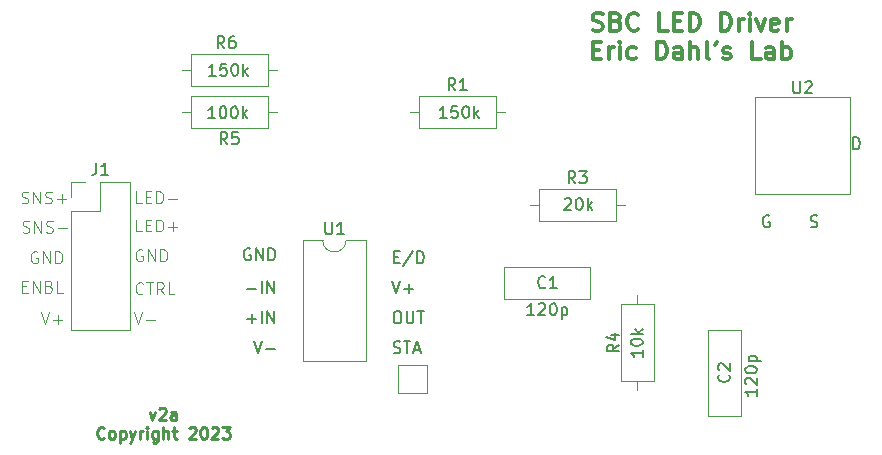
<source format=gto>
%TF.GenerationSoftware,KiCad,Pcbnew,7.0.2*%
%TF.CreationDate,2023-05-19T14:46:58-05:00*%
%TF.ProjectId,LED Driver,4c454420-4472-4697-9665-722e6b696361,v1a*%
%TF.SameCoordinates,Original*%
%TF.FileFunction,Legend,Top*%
%TF.FilePolarity,Positive*%
%FSLAX46Y46*%
G04 Gerber Fmt 4.6, Leading zero omitted, Abs format (unit mm)*
G04 Created by KiCad (PCBNEW 7.0.2) date 2023-05-19 14:46:58*
%MOMM*%
%LPD*%
G01*
G04 APERTURE LIST*
%ADD10C,0.100000*%
%ADD11C,0.150000*%
%ADD12C,0.300000*%
%ADD13C,0.250000*%
%ADD14C,0.120000*%
G04 APERTURE END LIST*
D10*
X63436476Y-54197793D02*
X63579333Y-54245412D01*
X63579333Y-54245412D02*
X63817428Y-54245412D01*
X63817428Y-54245412D02*
X63912666Y-54197793D01*
X63912666Y-54197793D02*
X63960285Y-54150173D01*
X63960285Y-54150173D02*
X64007904Y-54054935D01*
X64007904Y-54054935D02*
X64007904Y-53959697D01*
X64007904Y-53959697D02*
X63960285Y-53864459D01*
X63960285Y-53864459D02*
X63912666Y-53816840D01*
X63912666Y-53816840D02*
X63817428Y-53769221D01*
X63817428Y-53769221D02*
X63626952Y-53721602D01*
X63626952Y-53721602D02*
X63531714Y-53673983D01*
X63531714Y-53673983D02*
X63484095Y-53626364D01*
X63484095Y-53626364D02*
X63436476Y-53531126D01*
X63436476Y-53531126D02*
X63436476Y-53435888D01*
X63436476Y-53435888D02*
X63484095Y-53340650D01*
X63484095Y-53340650D02*
X63531714Y-53293031D01*
X63531714Y-53293031D02*
X63626952Y-53245412D01*
X63626952Y-53245412D02*
X63865047Y-53245412D01*
X63865047Y-53245412D02*
X64007904Y-53293031D01*
X64436476Y-54245412D02*
X64436476Y-53245412D01*
X64436476Y-53245412D02*
X65007904Y-54245412D01*
X65007904Y-54245412D02*
X65007904Y-53245412D01*
X65436476Y-54197793D02*
X65579333Y-54245412D01*
X65579333Y-54245412D02*
X65817428Y-54245412D01*
X65817428Y-54245412D02*
X65912666Y-54197793D01*
X65912666Y-54197793D02*
X65960285Y-54150173D01*
X65960285Y-54150173D02*
X66007904Y-54054935D01*
X66007904Y-54054935D02*
X66007904Y-53959697D01*
X66007904Y-53959697D02*
X65960285Y-53864459D01*
X65960285Y-53864459D02*
X65912666Y-53816840D01*
X65912666Y-53816840D02*
X65817428Y-53769221D01*
X65817428Y-53769221D02*
X65626952Y-53721602D01*
X65626952Y-53721602D02*
X65531714Y-53673983D01*
X65531714Y-53673983D02*
X65484095Y-53626364D01*
X65484095Y-53626364D02*
X65436476Y-53531126D01*
X65436476Y-53531126D02*
X65436476Y-53435888D01*
X65436476Y-53435888D02*
X65484095Y-53340650D01*
X65484095Y-53340650D02*
X65531714Y-53293031D01*
X65531714Y-53293031D02*
X65626952Y-53245412D01*
X65626952Y-53245412D02*
X65865047Y-53245412D01*
X65865047Y-53245412D02*
X66007904Y-53293031D01*
X66436476Y-53864459D02*
X67198381Y-53864459D01*
X66817428Y-54245412D02*
X66817428Y-53483507D01*
D11*
X94932476Y-66886000D02*
X95075333Y-66933619D01*
X95075333Y-66933619D02*
X95313428Y-66933619D01*
X95313428Y-66933619D02*
X95408666Y-66886000D01*
X95408666Y-66886000D02*
X95456285Y-66838380D01*
X95456285Y-66838380D02*
X95503904Y-66743142D01*
X95503904Y-66743142D02*
X95503904Y-66647904D01*
X95503904Y-66647904D02*
X95456285Y-66552666D01*
X95456285Y-66552666D02*
X95408666Y-66505047D01*
X95408666Y-66505047D02*
X95313428Y-66457428D01*
X95313428Y-66457428D02*
X95122952Y-66409809D01*
X95122952Y-66409809D02*
X95027714Y-66362190D01*
X95027714Y-66362190D02*
X94980095Y-66314571D01*
X94980095Y-66314571D02*
X94932476Y-66219333D01*
X94932476Y-66219333D02*
X94932476Y-66124095D01*
X94932476Y-66124095D02*
X94980095Y-66028857D01*
X94980095Y-66028857D02*
X95027714Y-65981238D01*
X95027714Y-65981238D02*
X95122952Y-65933619D01*
X95122952Y-65933619D02*
X95361047Y-65933619D01*
X95361047Y-65933619D02*
X95503904Y-65981238D01*
X95789619Y-65933619D02*
X96361047Y-65933619D01*
X96075333Y-66933619D02*
X96075333Y-65933619D01*
X96646762Y-66647904D02*
X97122952Y-66647904D01*
X96551524Y-66933619D02*
X96884857Y-65933619D01*
X96884857Y-65933619D02*
X97218190Y-66933619D01*
D10*
X73707523Y-61838380D02*
X73659904Y-61886000D01*
X73659904Y-61886000D02*
X73517047Y-61933619D01*
X73517047Y-61933619D02*
X73421809Y-61933619D01*
X73421809Y-61933619D02*
X73278952Y-61886000D01*
X73278952Y-61886000D02*
X73183714Y-61790761D01*
X73183714Y-61790761D02*
X73136095Y-61695523D01*
X73136095Y-61695523D02*
X73088476Y-61505047D01*
X73088476Y-61505047D02*
X73088476Y-61362190D01*
X73088476Y-61362190D02*
X73136095Y-61171714D01*
X73136095Y-61171714D02*
X73183714Y-61076476D01*
X73183714Y-61076476D02*
X73278952Y-60981238D01*
X73278952Y-60981238D02*
X73421809Y-60933619D01*
X73421809Y-60933619D02*
X73517047Y-60933619D01*
X73517047Y-60933619D02*
X73659904Y-60981238D01*
X73659904Y-60981238D02*
X73707523Y-61028857D01*
X73993238Y-60933619D02*
X74564666Y-60933619D01*
X74278952Y-61933619D02*
X74278952Y-60933619D01*
X75469428Y-61933619D02*
X75136095Y-61457428D01*
X74898000Y-61933619D02*
X74898000Y-60933619D01*
X74898000Y-60933619D02*
X75278952Y-60933619D01*
X75278952Y-60933619D02*
X75374190Y-60981238D01*
X75374190Y-60981238D02*
X75421809Y-61028857D01*
X75421809Y-61028857D02*
X75469428Y-61124095D01*
X75469428Y-61124095D02*
X75469428Y-61266952D01*
X75469428Y-61266952D02*
X75421809Y-61362190D01*
X75421809Y-61362190D02*
X75374190Y-61409809D01*
X75374190Y-61409809D02*
X75278952Y-61457428D01*
X75278952Y-61457428D02*
X74898000Y-61457428D01*
X76374190Y-61933619D02*
X75898000Y-61933619D01*
X75898000Y-61933619D02*
X75898000Y-60933619D01*
D11*
X130238476Y-56218000D02*
X130381333Y-56265619D01*
X130381333Y-56265619D02*
X130619428Y-56265619D01*
X130619428Y-56265619D02*
X130714666Y-56218000D01*
X130714666Y-56218000D02*
X130762285Y-56170380D01*
X130762285Y-56170380D02*
X130809904Y-56075142D01*
X130809904Y-56075142D02*
X130809904Y-55979904D01*
X130809904Y-55979904D02*
X130762285Y-55884666D01*
X130762285Y-55884666D02*
X130714666Y-55837047D01*
X130714666Y-55837047D02*
X130619428Y-55789428D01*
X130619428Y-55789428D02*
X130428952Y-55741809D01*
X130428952Y-55741809D02*
X130333714Y-55694190D01*
X130333714Y-55694190D02*
X130286095Y-55646571D01*
X130286095Y-55646571D02*
X130238476Y-55551333D01*
X130238476Y-55551333D02*
X130238476Y-55456095D01*
X130238476Y-55456095D02*
X130286095Y-55360857D01*
X130286095Y-55360857D02*
X130333714Y-55313238D01*
X130333714Y-55313238D02*
X130428952Y-55265619D01*
X130428952Y-55265619D02*
X130667047Y-55265619D01*
X130667047Y-55265619D02*
X130809904Y-55313238D01*
D10*
X73612285Y-56608556D02*
X73136095Y-56608556D01*
X73136095Y-56608556D02*
X73136095Y-55608556D01*
X73945619Y-56084746D02*
X74278952Y-56084746D01*
X74421809Y-56608556D02*
X73945619Y-56608556D01*
X73945619Y-56608556D02*
X73945619Y-55608556D01*
X73945619Y-55608556D02*
X74421809Y-55608556D01*
X74850381Y-56608556D02*
X74850381Y-55608556D01*
X74850381Y-55608556D02*
X75088476Y-55608556D01*
X75088476Y-55608556D02*
X75231333Y-55656175D01*
X75231333Y-55656175D02*
X75326571Y-55751413D01*
X75326571Y-55751413D02*
X75374190Y-55846651D01*
X75374190Y-55846651D02*
X75421809Y-56037127D01*
X75421809Y-56037127D02*
X75421809Y-56179984D01*
X75421809Y-56179984D02*
X75374190Y-56370460D01*
X75374190Y-56370460D02*
X75326571Y-56465698D01*
X75326571Y-56465698D02*
X75231333Y-56560937D01*
X75231333Y-56560937D02*
X75088476Y-56608556D01*
X75088476Y-56608556D02*
X74850381Y-56608556D01*
X75850381Y-56227603D02*
X76612286Y-56227603D01*
X76231333Y-56608556D02*
X76231333Y-55846651D01*
D11*
X83153238Y-65933619D02*
X83486571Y-66933619D01*
X83486571Y-66933619D02*
X83819904Y-65933619D01*
X84153238Y-66552666D02*
X84915143Y-66552666D01*
D10*
X72993238Y-63473619D02*
X73326571Y-64473619D01*
X73326571Y-64473619D02*
X73659904Y-63473619D01*
X73993238Y-64092666D02*
X74755143Y-64092666D01*
D11*
X126745904Y-55313238D02*
X126650666Y-55265619D01*
X126650666Y-55265619D02*
X126507809Y-55265619D01*
X126507809Y-55265619D02*
X126364952Y-55313238D01*
X126364952Y-55313238D02*
X126269714Y-55408476D01*
X126269714Y-55408476D02*
X126222095Y-55503714D01*
X126222095Y-55503714D02*
X126174476Y-55694190D01*
X126174476Y-55694190D02*
X126174476Y-55837047D01*
X126174476Y-55837047D02*
X126222095Y-56027523D01*
X126222095Y-56027523D02*
X126269714Y-56122761D01*
X126269714Y-56122761D02*
X126364952Y-56218000D01*
X126364952Y-56218000D02*
X126507809Y-56265619D01*
X126507809Y-56265619D02*
X126603047Y-56265619D01*
X126603047Y-56265619D02*
X126745904Y-56218000D01*
X126745904Y-56218000D02*
X126793523Y-56170380D01*
X126793523Y-56170380D02*
X126793523Y-55837047D01*
X126793523Y-55837047D02*
X126603047Y-55837047D01*
D10*
X63522779Y-56671710D02*
X63665636Y-56719329D01*
X63665636Y-56719329D02*
X63903731Y-56719329D01*
X63903731Y-56719329D02*
X63998969Y-56671710D01*
X63998969Y-56671710D02*
X64046588Y-56624090D01*
X64046588Y-56624090D02*
X64094207Y-56528852D01*
X64094207Y-56528852D02*
X64094207Y-56433614D01*
X64094207Y-56433614D02*
X64046588Y-56338376D01*
X64046588Y-56338376D02*
X63998969Y-56290757D01*
X63998969Y-56290757D02*
X63903731Y-56243138D01*
X63903731Y-56243138D02*
X63713255Y-56195519D01*
X63713255Y-56195519D02*
X63618017Y-56147900D01*
X63618017Y-56147900D02*
X63570398Y-56100281D01*
X63570398Y-56100281D02*
X63522779Y-56005043D01*
X63522779Y-56005043D02*
X63522779Y-55909805D01*
X63522779Y-55909805D02*
X63570398Y-55814567D01*
X63570398Y-55814567D02*
X63618017Y-55766948D01*
X63618017Y-55766948D02*
X63713255Y-55719329D01*
X63713255Y-55719329D02*
X63951350Y-55719329D01*
X63951350Y-55719329D02*
X64094207Y-55766948D01*
X64522779Y-56719329D02*
X64522779Y-55719329D01*
X64522779Y-55719329D02*
X65094207Y-56719329D01*
X65094207Y-56719329D02*
X65094207Y-55719329D01*
X65522779Y-56671710D02*
X65665636Y-56719329D01*
X65665636Y-56719329D02*
X65903731Y-56719329D01*
X65903731Y-56719329D02*
X65998969Y-56671710D01*
X65998969Y-56671710D02*
X66046588Y-56624090D01*
X66046588Y-56624090D02*
X66094207Y-56528852D01*
X66094207Y-56528852D02*
X66094207Y-56433614D01*
X66094207Y-56433614D02*
X66046588Y-56338376D01*
X66046588Y-56338376D02*
X65998969Y-56290757D01*
X65998969Y-56290757D02*
X65903731Y-56243138D01*
X65903731Y-56243138D02*
X65713255Y-56195519D01*
X65713255Y-56195519D02*
X65618017Y-56147900D01*
X65618017Y-56147900D02*
X65570398Y-56100281D01*
X65570398Y-56100281D02*
X65522779Y-56005043D01*
X65522779Y-56005043D02*
X65522779Y-55909805D01*
X65522779Y-55909805D02*
X65570398Y-55814567D01*
X65570398Y-55814567D02*
X65618017Y-55766948D01*
X65618017Y-55766948D02*
X65713255Y-55719329D01*
X65713255Y-55719329D02*
X65951350Y-55719329D01*
X65951350Y-55719329D02*
X66094207Y-55766948D01*
X66522779Y-56338376D02*
X67284684Y-56338376D01*
D11*
X82803904Y-58107238D02*
X82708666Y-58059619D01*
X82708666Y-58059619D02*
X82565809Y-58059619D01*
X82565809Y-58059619D02*
X82422952Y-58107238D01*
X82422952Y-58107238D02*
X82327714Y-58202476D01*
X82327714Y-58202476D02*
X82280095Y-58297714D01*
X82280095Y-58297714D02*
X82232476Y-58488190D01*
X82232476Y-58488190D02*
X82232476Y-58631047D01*
X82232476Y-58631047D02*
X82280095Y-58821523D01*
X82280095Y-58821523D02*
X82327714Y-58916761D01*
X82327714Y-58916761D02*
X82422952Y-59012000D01*
X82422952Y-59012000D02*
X82565809Y-59059619D01*
X82565809Y-59059619D02*
X82661047Y-59059619D01*
X82661047Y-59059619D02*
X82803904Y-59012000D01*
X82803904Y-59012000D02*
X82851523Y-58964380D01*
X82851523Y-58964380D02*
X82851523Y-58631047D01*
X82851523Y-58631047D02*
X82661047Y-58631047D01*
X83280095Y-59059619D02*
X83280095Y-58059619D01*
X83280095Y-58059619D02*
X83851523Y-59059619D01*
X83851523Y-59059619D02*
X83851523Y-58059619D01*
X84327714Y-59059619D02*
X84327714Y-58059619D01*
X84327714Y-58059619D02*
X84565809Y-58059619D01*
X84565809Y-58059619D02*
X84708666Y-58107238D01*
X84708666Y-58107238D02*
X84803904Y-58202476D01*
X84803904Y-58202476D02*
X84851523Y-58297714D01*
X84851523Y-58297714D02*
X84899142Y-58488190D01*
X84899142Y-58488190D02*
X84899142Y-58631047D01*
X84899142Y-58631047D02*
X84851523Y-58821523D01*
X84851523Y-58821523D02*
X84803904Y-58916761D01*
X84803904Y-58916761D02*
X84708666Y-59012000D01*
X84708666Y-59012000D02*
X84565809Y-59059619D01*
X84565809Y-59059619D02*
X84327714Y-59059619D01*
X82534095Y-61472666D02*
X83296000Y-61472666D01*
X83772190Y-61853619D02*
X83772190Y-60853619D01*
X84248380Y-61853619D02*
X84248380Y-60853619D01*
X84248380Y-60853619D02*
X84819808Y-61853619D01*
X84819808Y-61853619D02*
X84819808Y-60853619D01*
X82534095Y-64012666D02*
X83296000Y-64012666D01*
X82915047Y-64393619D02*
X82915047Y-63631714D01*
X83772190Y-64393619D02*
X83772190Y-63393619D01*
X84248380Y-64393619D02*
X84248380Y-63393619D01*
X84248380Y-63393619D02*
X84819808Y-64393619D01*
X84819808Y-64393619D02*
X84819808Y-63393619D01*
D10*
X64769904Y-58361163D02*
X64674666Y-58313544D01*
X64674666Y-58313544D02*
X64531809Y-58313544D01*
X64531809Y-58313544D02*
X64388952Y-58361163D01*
X64388952Y-58361163D02*
X64293714Y-58456401D01*
X64293714Y-58456401D02*
X64246095Y-58551639D01*
X64246095Y-58551639D02*
X64198476Y-58742115D01*
X64198476Y-58742115D02*
X64198476Y-58884972D01*
X64198476Y-58884972D02*
X64246095Y-59075448D01*
X64246095Y-59075448D02*
X64293714Y-59170686D01*
X64293714Y-59170686D02*
X64388952Y-59265925D01*
X64388952Y-59265925D02*
X64531809Y-59313544D01*
X64531809Y-59313544D02*
X64627047Y-59313544D01*
X64627047Y-59313544D02*
X64769904Y-59265925D01*
X64769904Y-59265925D02*
X64817523Y-59218305D01*
X64817523Y-59218305D02*
X64817523Y-58884972D01*
X64817523Y-58884972D02*
X64627047Y-58884972D01*
X65246095Y-59313544D02*
X65246095Y-58313544D01*
X65246095Y-58313544D02*
X65817523Y-59313544D01*
X65817523Y-59313544D02*
X65817523Y-58313544D01*
X66293714Y-59313544D02*
X66293714Y-58313544D01*
X66293714Y-58313544D02*
X66531809Y-58313544D01*
X66531809Y-58313544D02*
X66674666Y-58361163D01*
X66674666Y-58361163D02*
X66769904Y-58456401D01*
X66769904Y-58456401D02*
X66817523Y-58551639D01*
X66817523Y-58551639D02*
X66865142Y-58742115D01*
X66865142Y-58742115D02*
X66865142Y-58884972D01*
X66865142Y-58884972D02*
X66817523Y-59075448D01*
X66817523Y-59075448D02*
X66769904Y-59170686D01*
X66769904Y-59170686D02*
X66674666Y-59265925D01*
X66674666Y-59265925D02*
X66531809Y-59313544D01*
X66531809Y-59313544D02*
X66293714Y-59313544D01*
D12*
X111784858Y-39539500D02*
X111999144Y-39610928D01*
X111999144Y-39610928D02*
X112356286Y-39610928D01*
X112356286Y-39610928D02*
X112499144Y-39539500D01*
X112499144Y-39539500D02*
X112570572Y-39468071D01*
X112570572Y-39468071D02*
X112642001Y-39325214D01*
X112642001Y-39325214D02*
X112642001Y-39182357D01*
X112642001Y-39182357D02*
X112570572Y-39039500D01*
X112570572Y-39039500D02*
X112499144Y-38968071D01*
X112499144Y-38968071D02*
X112356286Y-38896642D01*
X112356286Y-38896642D02*
X112070572Y-38825214D01*
X112070572Y-38825214D02*
X111927715Y-38753785D01*
X111927715Y-38753785D02*
X111856286Y-38682357D01*
X111856286Y-38682357D02*
X111784858Y-38539500D01*
X111784858Y-38539500D02*
X111784858Y-38396642D01*
X111784858Y-38396642D02*
X111856286Y-38253785D01*
X111856286Y-38253785D02*
X111927715Y-38182357D01*
X111927715Y-38182357D02*
X112070572Y-38110928D01*
X112070572Y-38110928D02*
X112427715Y-38110928D01*
X112427715Y-38110928D02*
X112642001Y-38182357D01*
X113784857Y-38825214D02*
X113999143Y-38896642D01*
X113999143Y-38896642D02*
X114070572Y-38968071D01*
X114070572Y-38968071D02*
X114142000Y-39110928D01*
X114142000Y-39110928D02*
X114142000Y-39325214D01*
X114142000Y-39325214D02*
X114070572Y-39468071D01*
X114070572Y-39468071D02*
X113999143Y-39539500D01*
X113999143Y-39539500D02*
X113856286Y-39610928D01*
X113856286Y-39610928D02*
X113284857Y-39610928D01*
X113284857Y-39610928D02*
X113284857Y-38110928D01*
X113284857Y-38110928D02*
X113784857Y-38110928D01*
X113784857Y-38110928D02*
X113927715Y-38182357D01*
X113927715Y-38182357D02*
X113999143Y-38253785D01*
X113999143Y-38253785D02*
X114070572Y-38396642D01*
X114070572Y-38396642D02*
X114070572Y-38539500D01*
X114070572Y-38539500D02*
X113999143Y-38682357D01*
X113999143Y-38682357D02*
X113927715Y-38753785D01*
X113927715Y-38753785D02*
X113784857Y-38825214D01*
X113784857Y-38825214D02*
X113284857Y-38825214D01*
X115642000Y-39468071D02*
X115570572Y-39539500D01*
X115570572Y-39539500D02*
X115356286Y-39610928D01*
X115356286Y-39610928D02*
X115213429Y-39610928D01*
X115213429Y-39610928D02*
X114999143Y-39539500D01*
X114999143Y-39539500D02*
X114856286Y-39396642D01*
X114856286Y-39396642D02*
X114784857Y-39253785D01*
X114784857Y-39253785D02*
X114713429Y-38968071D01*
X114713429Y-38968071D02*
X114713429Y-38753785D01*
X114713429Y-38753785D02*
X114784857Y-38468071D01*
X114784857Y-38468071D02*
X114856286Y-38325214D01*
X114856286Y-38325214D02*
X114999143Y-38182357D01*
X114999143Y-38182357D02*
X115213429Y-38110928D01*
X115213429Y-38110928D02*
X115356286Y-38110928D01*
X115356286Y-38110928D02*
X115570572Y-38182357D01*
X115570572Y-38182357D02*
X115642000Y-38253785D01*
X118142000Y-39610928D02*
X117427714Y-39610928D01*
X117427714Y-39610928D02*
X117427714Y-38110928D01*
X118642000Y-38825214D02*
X119142000Y-38825214D01*
X119356286Y-39610928D02*
X118642000Y-39610928D01*
X118642000Y-39610928D02*
X118642000Y-38110928D01*
X118642000Y-38110928D02*
X119356286Y-38110928D01*
X119999143Y-39610928D02*
X119999143Y-38110928D01*
X119999143Y-38110928D02*
X120356286Y-38110928D01*
X120356286Y-38110928D02*
X120570572Y-38182357D01*
X120570572Y-38182357D02*
X120713429Y-38325214D01*
X120713429Y-38325214D02*
X120784858Y-38468071D01*
X120784858Y-38468071D02*
X120856286Y-38753785D01*
X120856286Y-38753785D02*
X120856286Y-38968071D01*
X120856286Y-38968071D02*
X120784858Y-39253785D01*
X120784858Y-39253785D02*
X120713429Y-39396642D01*
X120713429Y-39396642D02*
X120570572Y-39539500D01*
X120570572Y-39539500D02*
X120356286Y-39610928D01*
X120356286Y-39610928D02*
X119999143Y-39610928D01*
X122642000Y-39610928D02*
X122642000Y-38110928D01*
X122642000Y-38110928D02*
X122999143Y-38110928D01*
X122999143Y-38110928D02*
X123213429Y-38182357D01*
X123213429Y-38182357D02*
X123356286Y-38325214D01*
X123356286Y-38325214D02*
X123427715Y-38468071D01*
X123427715Y-38468071D02*
X123499143Y-38753785D01*
X123499143Y-38753785D02*
X123499143Y-38968071D01*
X123499143Y-38968071D02*
X123427715Y-39253785D01*
X123427715Y-39253785D02*
X123356286Y-39396642D01*
X123356286Y-39396642D02*
X123213429Y-39539500D01*
X123213429Y-39539500D02*
X122999143Y-39610928D01*
X122999143Y-39610928D02*
X122642000Y-39610928D01*
X124142000Y-39610928D02*
X124142000Y-38610928D01*
X124142000Y-38896642D02*
X124213429Y-38753785D01*
X124213429Y-38753785D02*
X124284858Y-38682357D01*
X124284858Y-38682357D02*
X124427715Y-38610928D01*
X124427715Y-38610928D02*
X124570572Y-38610928D01*
X125070571Y-39610928D02*
X125070571Y-38610928D01*
X125070571Y-38110928D02*
X124999143Y-38182357D01*
X124999143Y-38182357D02*
X125070571Y-38253785D01*
X125070571Y-38253785D02*
X125142000Y-38182357D01*
X125142000Y-38182357D02*
X125070571Y-38110928D01*
X125070571Y-38110928D02*
X125070571Y-38253785D01*
X125642000Y-38610928D02*
X125999143Y-39610928D01*
X125999143Y-39610928D02*
X126356286Y-38610928D01*
X127499143Y-39539500D02*
X127356286Y-39610928D01*
X127356286Y-39610928D02*
X127070572Y-39610928D01*
X127070572Y-39610928D02*
X126927714Y-39539500D01*
X126927714Y-39539500D02*
X126856286Y-39396642D01*
X126856286Y-39396642D02*
X126856286Y-38825214D01*
X126856286Y-38825214D02*
X126927714Y-38682357D01*
X126927714Y-38682357D02*
X127070572Y-38610928D01*
X127070572Y-38610928D02*
X127356286Y-38610928D01*
X127356286Y-38610928D02*
X127499143Y-38682357D01*
X127499143Y-38682357D02*
X127570572Y-38825214D01*
X127570572Y-38825214D02*
X127570572Y-38968071D01*
X127570572Y-38968071D02*
X126856286Y-39110928D01*
X128213428Y-39610928D02*
X128213428Y-38610928D01*
X128213428Y-38896642D02*
X128284857Y-38753785D01*
X128284857Y-38753785D02*
X128356286Y-38682357D01*
X128356286Y-38682357D02*
X128499143Y-38610928D01*
X128499143Y-38610928D02*
X128642000Y-38610928D01*
X111784856Y-41255214D02*
X112284856Y-41255214D01*
X112499142Y-42040928D02*
X111784856Y-42040928D01*
X111784856Y-42040928D02*
X111784856Y-40540928D01*
X111784856Y-40540928D02*
X112499142Y-40540928D01*
X113141999Y-42040928D02*
X113141999Y-41040928D01*
X113141999Y-41326642D02*
X113213428Y-41183785D01*
X113213428Y-41183785D02*
X113284857Y-41112357D01*
X113284857Y-41112357D02*
X113427714Y-41040928D01*
X113427714Y-41040928D02*
X113570571Y-41040928D01*
X114070570Y-42040928D02*
X114070570Y-41040928D01*
X114070570Y-40540928D02*
X113999142Y-40612357D01*
X113999142Y-40612357D02*
X114070570Y-40683785D01*
X114070570Y-40683785D02*
X114141999Y-40612357D01*
X114141999Y-40612357D02*
X114070570Y-40540928D01*
X114070570Y-40540928D02*
X114070570Y-40683785D01*
X115427714Y-41969500D02*
X115284856Y-42040928D01*
X115284856Y-42040928D02*
X114999142Y-42040928D01*
X114999142Y-42040928D02*
X114856285Y-41969500D01*
X114856285Y-41969500D02*
X114784856Y-41898071D01*
X114784856Y-41898071D02*
X114713428Y-41755214D01*
X114713428Y-41755214D02*
X114713428Y-41326642D01*
X114713428Y-41326642D02*
X114784856Y-41183785D01*
X114784856Y-41183785D02*
X114856285Y-41112357D01*
X114856285Y-41112357D02*
X114999142Y-41040928D01*
X114999142Y-41040928D02*
X115284856Y-41040928D01*
X115284856Y-41040928D02*
X115427714Y-41112357D01*
X117213427Y-42040928D02*
X117213427Y-40540928D01*
X117213427Y-40540928D02*
X117570570Y-40540928D01*
X117570570Y-40540928D02*
X117784856Y-40612357D01*
X117784856Y-40612357D02*
X117927713Y-40755214D01*
X117927713Y-40755214D02*
X117999142Y-40898071D01*
X117999142Y-40898071D02*
X118070570Y-41183785D01*
X118070570Y-41183785D02*
X118070570Y-41398071D01*
X118070570Y-41398071D02*
X117999142Y-41683785D01*
X117999142Y-41683785D02*
X117927713Y-41826642D01*
X117927713Y-41826642D02*
X117784856Y-41969500D01*
X117784856Y-41969500D02*
X117570570Y-42040928D01*
X117570570Y-42040928D02*
X117213427Y-42040928D01*
X119356285Y-42040928D02*
X119356285Y-41255214D01*
X119356285Y-41255214D02*
X119284856Y-41112357D01*
X119284856Y-41112357D02*
X119141999Y-41040928D01*
X119141999Y-41040928D02*
X118856285Y-41040928D01*
X118856285Y-41040928D02*
X118713427Y-41112357D01*
X119356285Y-41969500D02*
X119213427Y-42040928D01*
X119213427Y-42040928D02*
X118856285Y-42040928D01*
X118856285Y-42040928D02*
X118713427Y-41969500D01*
X118713427Y-41969500D02*
X118641999Y-41826642D01*
X118641999Y-41826642D02*
X118641999Y-41683785D01*
X118641999Y-41683785D02*
X118713427Y-41540928D01*
X118713427Y-41540928D02*
X118856285Y-41469500D01*
X118856285Y-41469500D02*
X119213427Y-41469500D01*
X119213427Y-41469500D02*
X119356285Y-41398071D01*
X120070570Y-42040928D02*
X120070570Y-40540928D01*
X120713428Y-42040928D02*
X120713428Y-41255214D01*
X120713428Y-41255214D02*
X120641999Y-41112357D01*
X120641999Y-41112357D02*
X120499142Y-41040928D01*
X120499142Y-41040928D02*
X120284856Y-41040928D01*
X120284856Y-41040928D02*
X120141999Y-41112357D01*
X120141999Y-41112357D02*
X120070570Y-41183785D01*
X121641999Y-42040928D02*
X121499142Y-41969500D01*
X121499142Y-41969500D02*
X121427713Y-41826642D01*
X121427713Y-41826642D02*
X121427713Y-40540928D01*
X122284856Y-40540928D02*
X122141999Y-40826642D01*
X122856285Y-41969500D02*
X122999142Y-42040928D01*
X122999142Y-42040928D02*
X123284856Y-42040928D01*
X123284856Y-42040928D02*
X123427713Y-41969500D01*
X123427713Y-41969500D02*
X123499142Y-41826642D01*
X123499142Y-41826642D02*
X123499142Y-41755214D01*
X123499142Y-41755214D02*
X123427713Y-41612357D01*
X123427713Y-41612357D02*
X123284856Y-41540928D01*
X123284856Y-41540928D02*
X123070571Y-41540928D01*
X123070571Y-41540928D02*
X122927713Y-41469500D01*
X122927713Y-41469500D02*
X122856285Y-41326642D01*
X122856285Y-41326642D02*
X122856285Y-41255214D01*
X122856285Y-41255214D02*
X122927713Y-41112357D01*
X122927713Y-41112357D02*
X123070571Y-41040928D01*
X123070571Y-41040928D02*
X123284856Y-41040928D01*
X123284856Y-41040928D02*
X123427713Y-41112357D01*
X125999142Y-42040928D02*
X125284856Y-42040928D01*
X125284856Y-42040928D02*
X125284856Y-40540928D01*
X127142000Y-42040928D02*
X127142000Y-41255214D01*
X127142000Y-41255214D02*
X127070571Y-41112357D01*
X127070571Y-41112357D02*
X126927714Y-41040928D01*
X126927714Y-41040928D02*
X126642000Y-41040928D01*
X126642000Y-41040928D02*
X126499142Y-41112357D01*
X127142000Y-41969500D02*
X126999142Y-42040928D01*
X126999142Y-42040928D02*
X126642000Y-42040928D01*
X126642000Y-42040928D02*
X126499142Y-41969500D01*
X126499142Y-41969500D02*
X126427714Y-41826642D01*
X126427714Y-41826642D02*
X126427714Y-41683785D01*
X126427714Y-41683785D02*
X126499142Y-41540928D01*
X126499142Y-41540928D02*
X126642000Y-41469500D01*
X126642000Y-41469500D02*
X126999142Y-41469500D01*
X126999142Y-41469500D02*
X127142000Y-41398071D01*
X127856285Y-42040928D02*
X127856285Y-40540928D01*
X127856285Y-41112357D02*
X127999143Y-41040928D01*
X127999143Y-41040928D02*
X128284857Y-41040928D01*
X128284857Y-41040928D02*
X128427714Y-41112357D01*
X128427714Y-41112357D02*
X128499143Y-41183785D01*
X128499143Y-41183785D02*
X128570571Y-41326642D01*
X128570571Y-41326642D02*
X128570571Y-41755214D01*
X128570571Y-41755214D02*
X128499143Y-41898071D01*
X128499143Y-41898071D02*
X128427714Y-41969500D01*
X128427714Y-41969500D02*
X128284857Y-42040928D01*
X128284857Y-42040928D02*
X127999143Y-42040928D01*
X127999143Y-42040928D02*
X127856285Y-41969500D01*
D10*
X73659904Y-58187238D02*
X73564666Y-58139619D01*
X73564666Y-58139619D02*
X73421809Y-58139619D01*
X73421809Y-58139619D02*
X73278952Y-58187238D01*
X73278952Y-58187238D02*
X73183714Y-58282476D01*
X73183714Y-58282476D02*
X73136095Y-58377714D01*
X73136095Y-58377714D02*
X73088476Y-58568190D01*
X73088476Y-58568190D02*
X73088476Y-58711047D01*
X73088476Y-58711047D02*
X73136095Y-58901523D01*
X73136095Y-58901523D02*
X73183714Y-58996761D01*
X73183714Y-58996761D02*
X73278952Y-59092000D01*
X73278952Y-59092000D02*
X73421809Y-59139619D01*
X73421809Y-59139619D02*
X73517047Y-59139619D01*
X73517047Y-59139619D02*
X73659904Y-59092000D01*
X73659904Y-59092000D02*
X73707523Y-59044380D01*
X73707523Y-59044380D02*
X73707523Y-58711047D01*
X73707523Y-58711047D02*
X73517047Y-58711047D01*
X74136095Y-59139619D02*
X74136095Y-58139619D01*
X74136095Y-58139619D02*
X74707523Y-59139619D01*
X74707523Y-59139619D02*
X74707523Y-58139619D01*
X75183714Y-59139619D02*
X75183714Y-58139619D01*
X75183714Y-58139619D02*
X75421809Y-58139619D01*
X75421809Y-58139619D02*
X75564666Y-58187238D01*
X75564666Y-58187238D02*
X75659904Y-58282476D01*
X75659904Y-58282476D02*
X75707523Y-58377714D01*
X75707523Y-58377714D02*
X75755142Y-58568190D01*
X75755142Y-58568190D02*
X75755142Y-58711047D01*
X75755142Y-58711047D02*
X75707523Y-58901523D01*
X75707523Y-58901523D02*
X75659904Y-58996761D01*
X75659904Y-58996761D02*
X75564666Y-59092000D01*
X75564666Y-59092000D02*
X75421809Y-59139619D01*
X75421809Y-59139619D02*
X75183714Y-59139619D01*
X65119238Y-63473619D02*
X65452571Y-64473619D01*
X65452571Y-64473619D02*
X65785904Y-63473619D01*
X66119238Y-64092666D02*
X66881143Y-64092666D01*
X66500190Y-64473619D02*
X66500190Y-63711714D01*
D11*
X94837238Y-60853619D02*
X95170571Y-61853619D01*
X95170571Y-61853619D02*
X95503904Y-60853619D01*
X95837238Y-61472666D02*
X96599143Y-61472666D01*
X96218190Y-61853619D02*
X96218190Y-61091714D01*
D10*
X73612285Y-54216253D02*
X73136095Y-54216253D01*
X73136095Y-54216253D02*
X73136095Y-53216253D01*
X73945619Y-53692443D02*
X74278952Y-53692443D01*
X74421809Y-54216253D02*
X73945619Y-54216253D01*
X73945619Y-54216253D02*
X73945619Y-53216253D01*
X73945619Y-53216253D02*
X74421809Y-53216253D01*
X74850381Y-54216253D02*
X74850381Y-53216253D01*
X74850381Y-53216253D02*
X75088476Y-53216253D01*
X75088476Y-53216253D02*
X75231333Y-53263872D01*
X75231333Y-53263872D02*
X75326571Y-53359110D01*
X75326571Y-53359110D02*
X75374190Y-53454348D01*
X75374190Y-53454348D02*
X75421809Y-53644824D01*
X75421809Y-53644824D02*
X75421809Y-53787681D01*
X75421809Y-53787681D02*
X75374190Y-53978157D01*
X75374190Y-53978157D02*
X75326571Y-54073395D01*
X75326571Y-54073395D02*
X75231333Y-54168634D01*
X75231333Y-54168634D02*
X75088476Y-54216253D01*
X75088476Y-54216253D02*
X74850381Y-54216253D01*
X75850381Y-53835300D02*
X76612286Y-53835300D01*
D11*
X95170571Y-63393619D02*
X95361047Y-63393619D01*
X95361047Y-63393619D02*
X95456285Y-63441238D01*
X95456285Y-63441238D02*
X95551523Y-63536476D01*
X95551523Y-63536476D02*
X95599142Y-63726952D01*
X95599142Y-63726952D02*
X95599142Y-64060285D01*
X95599142Y-64060285D02*
X95551523Y-64250761D01*
X95551523Y-64250761D02*
X95456285Y-64346000D01*
X95456285Y-64346000D02*
X95361047Y-64393619D01*
X95361047Y-64393619D02*
X95170571Y-64393619D01*
X95170571Y-64393619D02*
X95075333Y-64346000D01*
X95075333Y-64346000D02*
X94980095Y-64250761D01*
X94980095Y-64250761D02*
X94932476Y-64060285D01*
X94932476Y-64060285D02*
X94932476Y-63726952D01*
X94932476Y-63726952D02*
X94980095Y-63536476D01*
X94980095Y-63536476D02*
X95075333Y-63441238D01*
X95075333Y-63441238D02*
X95170571Y-63393619D01*
X96027714Y-63393619D02*
X96027714Y-64203142D01*
X96027714Y-64203142D02*
X96075333Y-64298380D01*
X96075333Y-64298380D02*
X96122952Y-64346000D01*
X96122952Y-64346000D02*
X96218190Y-64393619D01*
X96218190Y-64393619D02*
X96408666Y-64393619D01*
X96408666Y-64393619D02*
X96503904Y-64346000D01*
X96503904Y-64346000D02*
X96551523Y-64298380D01*
X96551523Y-64298380D02*
X96599142Y-64203142D01*
X96599142Y-64203142D02*
X96599142Y-63393619D01*
X96932476Y-63393619D02*
X97503904Y-63393619D01*
X97218190Y-64393619D02*
X97218190Y-63393619D01*
D13*
X74271333Y-71883952D02*
X74509428Y-72550619D01*
X74509428Y-72550619D02*
X74747523Y-71883952D01*
X75080857Y-71645857D02*
X75128476Y-71598238D01*
X75128476Y-71598238D02*
X75223714Y-71550619D01*
X75223714Y-71550619D02*
X75461809Y-71550619D01*
X75461809Y-71550619D02*
X75557047Y-71598238D01*
X75557047Y-71598238D02*
X75604666Y-71645857D01*
X75604666Y-71645857D02*
X75652285Y-71741095D01*
X75652285Y-71741095D02*
X75652285Y-71836333D01*
X75652285Y-71836333D02*
X75604666Y-71979190D01*
X75604666Y-71979190D02*
X75033238Y-72550619D01*
X75033238Y-72550619D02*
X75652285Y-72550619D01*
X76509428Y-72550619D02*
X76509428Y-72026809D01*
X76509428Y-72026809D02*
X76461809Y-71931571D01*
X76461809Y-71931571D02*
X76366571Y-71883952D01*
X76366571Y-71883952D02*
X76176095Y-71883952D01*
X76176095Y-71883952D02*
X76080857Y-71931571D01*
X76509428Y-72503000D02*
X76414190Y-72550619D01*
X76414190Y-72550619D02*
X76176095Y-72550619D01*
X76176095Y-72550619D02*
X76080857Y-72503000D01*
X76080857Y-72503000D02*
X76033238Y-72407761D01*
X76033238Y-72407761D02*
X76033238Y-72312523D01*
X76033238Y-72312523D02*
X76080857Y-72217285D01*
X76080857Y-72217285D02*
X76176095Y-72169666D01*
X76176095Y-72169666D02*
X76414190Y-72169666D01*
X76414190Y-72169666D02*
X76509428Y-72122047D01*
X70437999Y-74075380D02*
X70390380Y-74123000D01*
X70390380Y-74123000D02*
X70247523Y-74170619D01*
X70247523Y-74170619D02*
X70152285Y-74170619D01*
X70152285Y-74170619D02*
X70009428Y-74123000D01*
X70009428Y-74123000D02*
X69914190Y-74027761D01*
X69914190Y-74027761D02*
X69866571Y-73932523D01*
X69866571Y-73932523D02*
X69818952Y-73742047D01*
X69818952Y-73742047D02*
X69818952Y-73599190D01*
X69818952Y-73599190D02*
X69866571Y-73408714D01*
X69866571Y-73408714D02*
X69914190Y-73313476D01*
X69914190Y-73313476D02*
X70009428Y-73218238D01*
X70009428Y-73218238D02*
X70152285Y-73170619D01*
X70152285Y-73170619D02*
X70247523Y-73170619D01*
X70247523Y-73170619D02*
X70390380Y-73218238D01*
X70390380Y-73218238D02*
X70437999Y-73265857D01*
X71009428Y-74170619D02*
X70914190Y-74123000D01*
X70914190Y-74123000D02*
X70866571Y-74075380D01*
X70866571Y-74075380D02*
X70818952Y-73980142D01*
X70818952Y-73980142D02*
X70818952Y-73694428D01*
X70818952Y-73694428D02*
X70866571Y-73599190D01*
X70866571Y-73599190D02*
X70914190Y-73551571D01*
X70914190Y-73551571D02*
X71009428Y-73503952D01*
X71009428Y-73503952D02*
X71152285Y-73503952D01*
X71152285Y-73503952D02*
X71247523Y-73551571D01*
X71247523Y-73551571D02*
X71295142Y-73599190D01*
X71295142Y-73599190D02*
X71342761Y-73694428D01*
X71342761Y-73694428D02*
X71342761Y-73980142D01*
X71342761Y-73980142D02*
X71295142Y-74075380D01*
X71295142Y-74075380D02*
X71247523Y-74123000D01*
X71247523Y-74123000D02*
X71152285Y-74170619D01*
X71152285Y-74170619D02*
X71009428Y-74170619D01*
X71771333Y-73503952D02*
X71771333Y-74503952D01*
X71771333Y-73551571D02*
X71866571Y-73503952D01*
X71866571Y-73503952D02*
X72057047Y-73503952D01*
X72057047Y-73503952D02*
X72152285Y-73551571D01*
X72152285Y-73551571D02*
X72199904Y-73599190D01*
X72199904Y-73599190D02*
X72247523Y-73694428D01*
X72247523Y-73694428D02*
X72247523Y-73980142D01*
X72247523Y-73980142D02*
X72199904Y-74075380D01*
X72199904Y-74075380D02*
X72152285Y-74123000D01*
X72152285Y-74123000D02*
X72057047Y-74170619D01*
X72057047Y-74170619D02*
X71866571Y-74170619D01*
X71866571Y-74170619D02*
X71771333Y-74123000D01*
X72580857Y-73503952D02*
X72818952Y-74170619D01*
X73057047Y-73503952D02*
X72818952Y-74170619D01*
X72818952Y-74170619D02*
X72723714Y-74408714D01*
X72723714Y-74408714D02*
X72676095Y-74456333D01*
X72676095Y-74456333D02*
X72580857Y-74503952D01*
X73438000Y-74170619D02*
X73438000Y-73503952D01*
X73438000Y-73694428D02*
X73485619Y-73599190D01*
X73485619Y-73599190D02*
X73533238Y-73551571D01*
X73533238Y-73551571D02*
X73628476Y-73503952D01*
X73628476Y-73503952D02*
X73723714Y-73503952D01*
X74057048Y-74170619D02*
X74057048Y-73503952D01*
X74057048Y-73170619D02*
X74009429Y-73218238D01*
X74009429Y-73218238D02*
X74057048Y-73265857D01*
X74057048Y-73265857D02*
X74104667Y-73218238D01*
X74104667Y-73218238D02*
X74057048Y-73170619D01*
X74057048Y-73170619D02*
X74057048Y-73265857D01*
X74961809Y-73503952D02*
X74961809Y-74313476D01*
X74961809Y-74313476D02*
X74914190Y-74408714D01*
X74914190Y-74408714D02*
X74866571Y-74456333D01*
X74866571Y-74456333D02*
X74771333Y-74503952D01*
X74771333Y-74503952D02*
X74628476Y-74503952D01*
X74628476Y-74503952D02*
X74533238Y-74456333D01*
X74961809Y-74123000D02*
X74866571Y-74170619D01*
X74866571Y-74170619D02*
X74676095Y-74170619D01*
X74676095Y-74170619D02*
X74580857Y-74123000D01*
X74580857Y-74123000D02*
X74533238Y-74075380D01*
X74533238Y-74075380D02*
X74485619Y-73980142D01*
X74485619Y-73980142D02*
X74485619Y-73694428D01*
X74485619Y-73694428D02*
X74533238Y-73599190D01*
X74533238Y-73599190D02*
X74580857Y-73551571D01*
X74580857Y-73551571D02*
X74676095Y-73503952D01*
X74676095Y-73503952D02*
X74866571Y-73503952D01*
X74866571Y-73503952D02*
X74961809Y-73551571D01*
X75438000Y-74170619D02*
X75438000Y-73170619D01*
X75866571Y-74170619D02*
X75866571Y-73646809D01*
X75866571Y-73646809D02*
X75818952Y-73551571D01*
X75818952Y-73551571D02*
X75723714Y-73503952D01*
X75723714Y-73503952D02*
X75580857Y-73503952D01*
X75580857Y-73503952D02*
X75485619Y-73551571D01*
X75485619Y-73551571D02*
X75438000Y-73599190D01*
X76199905Y-73503952D02*
X76580857Y-73503952D01*
X76342762Y-73170619D02*
X76342762Y-74027761D01*
X76342762Y-74027761D02*
X76390381Y-74123000D01*
X76390381Y-74123000D02*
X76485619Y-74170619D01*
X76485619Y-74170619D02*
X76580857Y-74170619D01*
X77628477Y-73265857D02*
X77676096Y-73218238D01*
X77676096Y-73218238D02*
X77771334Y-73170619D01*
X77771334Y-73170619D02*
X78009429Y-73170619D01*
X78009429Y-73170619D02*
X78104667Y-73218238D01*
X78104667Y-73218238D02*
X78152286Y-73265857D01*
X78152286Y-73265857D02*
X78199905Y-73361095D01*
X78199905Y-73361095D02*
X78199905Y-73456333D01*
X78199905Y-73456333D02*
X78152286Y-73599190D01*
X78152286Y-73599190D02*
X77580858Y-74170619D01*
X77580858Y-74170619D02*
X78199905Y-74170619D01*
X78818953Y-73170619D02*
X78914191Y-73170619D01*
X78914191Y-73170619D02*
X79009429Y-73218238D01*
X79009429Y-73218238D02*
X79057048Y-73265857D01*
X79057048Y-73265857D02*
X79104667Y-73361095D01*
X79104667Y-73361095D02*
X79152286Y-73551571D01*
X79152286Y-73551571D02*
X79152286Y-73789666D01*
X79152286Y-73789666D02*
X79104667Y-73980142D01*
X79104667Y-73980142D02*
X79057048Y-74075380D01*
X79057048Y-74075380D02*
X79009429Y-74123000D01*
X79009429Y-74123000D02*
X78914191Y-74170619D01*
X78914191Y-74170619D02*
X78818953Y-74170619D01*
X78818953Y-74170619D02*
X78723715Y-74123000D01*
X78723715Y-74123000D02*
X78676096Y-74075380D01*
X78676096Y-74075380D02*
X78628477Y-73980142D01*
X78628477Y-73980142D02*
X78580858Y-73789666D01*
X78580858Y-73789666D02*
X78580858Y-73551571D01*
X78580858Y-73551571D02*
X78628477Y-73361095D01*
X78628477Y-73361095D02*
X78676096Y-73265857D01*
X78676096Y-73265857D02*
X78723715Y-73218238D01*
X78723715Y-73218238D02*
X78818953Y-73170619D01*
X79533239Y-73265857D02*
X79580858Y-73218238D01*
X79580858Y-73218238D02*
X79676096Y-73170619D01*
X79676096Y-73170619D02*
X79914191Y-73170619D01*
X79914191Y-73170619D02*
X80009429Y-73218238D01*
X80009429Y-73218238D02*
X80057048Y-73265857D01*
X80057048Y-73265857D02*
X80104667Y-73361095D01*
X80104667Y-73361095D02*
X80104667Y-73456333D01*
X80104667Y-73456333D02*
X80057048Y-73599190D01*
X80057048Y-73599190D02*
X79485620Y-74170619D01*
X79485620Y-74170619D02*
X80104667Y-74170619D01*
X80438001Y-73170619D02*
X81057048Y-73170619D01*
X81057048Y-73170619D02*
X80723715Y-73551571D01*
X80723715Y-73551571D02*
X80866572Y-73551571D01*
X80866572Y-73551571D02*
X80961810Y-73599190D01*
X80961810Y-73599190D02*
X81009429Y-73646809D01*
X81009429Y-73646809D02*
X81057048Y-73742047D01*
X81057048Y-73742047D02*
X81057048Y-73980142D01*
X81057048Y-73980142D02*
X81009429Y-74075380D01*
X81009429Y-74075380D02*
X80961810Y-74123000D01*
X80961810Y-74123000D02*
X80866572Y-74170619D01*
X80866572Y-74170619D02*
X80580858Y-74170619D01*
X80580858Y-74170619D02*
X80485620Y-74123000D01*
X80485620Y-74123000D02*
X80438001Y-74075380D01*
D10*
X63484095Y-61267753D02*
X63817428Y-61267753D01*
X63960285Y-61791563D02*
X63484095Y-61791563D01*
X63484095Y-61791563D02*
X63484095Y-60791563D01*
X63484095Y-60791563D02*
X63960285Y-60791563D01*
X64388857Y-61791563D02*
X64388857Y-60791563D01*
X64388857Y-60791563D02*
X64960285Y-61791563D01*
X64960285Y-61791563D02*
X64960285Y-60791563D01*
X65769809Y-61267753D02*
X65912666Y-61315372D01*
X65912666Y-61315372D02*
X65960285Y-61362991D01*
X65960285Y-61362991D02*
X66007904Y-61458229D01*
X66007904Y-61458229D02*
X66007904Y-61601086D01*
X66007904Y-61601086D02*
X65960285Y-61696324D01*
X65960285Y-61696324D02*
X65912666Y-61743944D01*
X65912666Y-61743944D02*
X65817428Y-61791563D01*
X65817428Y-61791563D02*
X65436476Y-61791563D01*
X65436476Y-61791563D02*
X65436476Y-60791563D01*
X65436476Y-60791563D02*
X65769809Y-60791563D01*
X65769809Y-60791563D02*
X65865047Y-60839182D01*
X65865047Y-60839182D02*
X65912666Y-60886801D01*
X65912666Y-60886801D02*
X65960285Y-60982039D01*
X65960285Y-60982039D02*
X65960285Y-61077277D01*
X65960285Y-61077277D02*
X65912666Y-61172515D01*
X65912666Y-61172515D02*
X65865047Y-61220134D01*
X65865047Y-61220134D02*
X65769809Y-61267753D01*
X65769809Y-61267753D02*
X65436476Y-61267753D01*
X66912666Y-61791563D02*
X66436476Y-61791563D01*
X66436476Y-61791563D02*
X66436476Y-60791563D01*
D11*
X133842095Y-49661619D02*
X133842095Y-48661619D01*
X133842095Y-48661619D02*
X134080190Y-48661619D01*
X134080190Y-48661619D02*
X134223047Y-48709238D01*
X134223047Y-48709238D02*
X134318285Y-48804476D01*
X134318285Y-48804476D02*
X134365904Y-48899714D01*
X134365904Y-48899714D02*
X134413523Y-49090190D01*
X134413523Y-49090190D02*
X134413523Y-49233047D01*
X134413523Y-49233047D02*
X134365904Y-49423523D01*
X134365904Y-49423523D02*
X134318285Y-49518761D01*
X134318285Y-49518761D02*
X134223047Y-49614000D01*
X134223047Y-49614000D02*
X134080190Y-49661619D01*
X134080190Y-49661619D02*
X133842095Y-49661619D01*
X94980095Y-58789809D02*
X95313428Y-58789809D01*
X95456285Y-59313619D02*
X94980095Y-59313619D01*
X94980095Y-59313619D02*
X94980095Y-58313619D01*
X94980095Y-58313619D02*
X95456285Y-58313619D01*
X96599142Y-58266000D02*
X95742000Y-59551714D01*
X96932476Y-59313619D02*
X96932476Y-58313619D01*
X96932476Y-58313619D02*
X97170571Y-58313619D01*
X97170571Y-58313619D02*
X97313428Y-58361238D01*
X97313428Y-58361238D02*
X97408666Y-58456476D01*
X97408666Y-58456476D02*
X97456285Y-58551714D01*
X97456285Y-58551714D02*
X97503904Y-58742190D01*
X97503904Y-58742190D02*
X97503904Y-58885047D01*
X97503904Y-58885047D02*
X97456285Y-59075523D01*
X97456285Y-59075523D02*
X97408666Y-59170761D01*
X97408666Y-59170761D02*
X97313428Y-59266000D01*
X97313428Y-59266000D02*
X97170571Y-59313619D01*
X97170571Y-59313619D02*
X96932476Y-59313619D01*
%TO.C,C2*%
X123303380Y-68746666D02*
X123351000Y-68794285D01*
X123351000Y-68794285D02*
X123398619Y-68937142D01*
X123398619Y-68937142D02*
X123398619Y-69032380D01*
X123398619Y-69032380D02*
X123351000Y-69175237D01*
X123351000Y-69175237D02*
X123255761Y-69270475D01*
X123255761Y-69270475D02*
X123160523Y-69318094D01*
X123160523Y-69318094D02*
X122970047Y-69365713D01*
X122970047Y-69365713D02*
X122827190Y-69365713D01*
X122827190Y-69365713D02*
X122636714Y-69318094D01*
X122636714Y-69318094D02*
X122541476Y-69270475D01*
X122541476Y-69270475D02*
X122446238Y-69175237D01*
X122446238Y-69175237D02*
X122398619Y-69032380D01*
X122398619Y-69032380D02*
X122398619Y-68937142D01*
X122398619Y-68937142D02*
X122446238Y-68794285D01*
X122446238Y-68794285D02*
X122493857Y-68746666D01*
X122493857Y-68365713D02*
X122446238Y-68318094D01*
X122446238Y-68318094D02*
X122398619Y-68222856D01*
X122398619Y-68222856D02*
X122398619Y-67984761D01*
X122398619Y-67984761D02*
X122446238Y-67889523D01*
X122446238Y-67889523D02*
X122493857Y-67841904D01*
X122493857Y-67841904D02*
X122589095Y-67794285D01*
X122589095Y-67794285D02*
X122684333Y-67794285D01*
X122684333Y-67794285D02*
X122827190Y-67841904D01*
X122827190Y-67841904D02*
X123398619Y-68413332D01*
X123398619Y-68413332D02*
X123398619Y-67794285D01*
X125684619Y-69953047D02*
X125684619Y-70524475D01*
X125684619Y-70238761D02*
X124684619Y-70238761D01*
X124684619Y-70238761D02*
X124827476Y-70333999D01*
X124827476Y-70333999D02*
X124922714Y-70429237D01*
X124922714Y-70429237D02*
X124970333Y-70524475D01*
X124779857Y-69572094D02*
X124732238Y-69524475D01*
X124732238Y-69524475D02*
X124684619Y-69429237D01*
X124684619Y-69429237D02*
X124684619Y-69191142D01*
X124684619Y-69191142D02*
X124732238Y-69095904D01*
X124732238Y-69095904D02*
X124779857Y-69048285D01*
X124779857Y-69048285D02*
X124875095Y-69000666D01*
X124875095Y-69000666D02*
X124970333Y-69000666D01*
X124970333Y-69000666D02*
X125113190Y-69048285D01*
X125113190Y-69048285D02*
X125684619Y-69619713D01*
X125684619Y-69619713D02*
X125684619Y-69000666D01*
X124684619Y-68381618D02*
X124684619Y-68286380D01*
X124684619Y-68286380D02*
X124732238Y-68191142D01*
X124732238Y-68191142D02*
X124779857Y-68143523D01*
X124779857Y-68143523D02*
X124875095Y-68095904D01*
X124875095Y-68095904D02*
X125065571Y-68048285D01*
X125065571Y-68048285D02*
X125303666Y-68048285D01*
X125303666Y-68048285D02*
X125494142Y-68095904D01*
X125494142Y-68095904D02*
X125589380Y-68143523D01*
X125589380Y-68143523D02*
X125637000Y-68191142D01*
X125637000Y-68191142D02*
X125684619Y-68286380D01*
X125684619Y-68286380D02*
X125684619Y-68381618D01*
X125684619Y-68381618D02*
X125637000Y-68476856D01*
X125637000Y-68476856D02*
X125589380Y-68524475D01*
X125589380Y-68524475D02*
X125494142Y-68572094D01*
X125494142Y-68572094D02*
X125303666Y-68619713D01*
X125303666Y-68619713D02*
X125065571Y-68619713D01*
X125065571Y-68619713D02*
X124875095Y-68572094D01*
X124875095Y-68572094D02*
X124779857Y-68524475D01*
X124779857Y-68524475D02*
X124732238Y-68476856D01*
X124732238Y-68476856D02*
X124684619Y-68381618D01*
X125017952Y-67619713D02*
X126017952Y-67619713D01*
X125065571Y-67619713D02*
X125017952Y-67524475D01*
X125017952Y-67524475D02*
X125017952Y-67333999D01*
X125017952Y-67333999D02*
X125065571Y-67238761D01*
X125065571Y-67238761D02*
X125113190Y-67191142D01*
X125113190Y-67191142D02*
X125208428Y-67143523D01*
X125208428Y-67143523D02*
X125494142Y-67143523D01*
X125494142Y-67143523D02*
X125589380Y-67191142D01*
X125589380Y-67191142D02*
X125637000Y-67238761D01*
X125637000Y-67238761D02*
X125684619Y-67333999D01*
X125684619Y-67333999D02*
X125684619Y-67524475D01*
X125684619Y-67524475D02*
X125637000Y-67619713D01*
%TO.C,R1*%
X100163333Y-44658619D02*
X99830000Y-44182428D01*
X99591905Y-44658619D02*
X99591905Y-43658619D01*
X99591905Y-43658619D02*
X99972857Y-43658619D01*
X99972857Y-43658619D02*
X100068095Y-43706238D01*
X100068095Y-43706238D02*
X100115714Y-43753857D01*
X100115714Y-43753857D02*
X100163333Y-43849095D01*
X100163333Y-43849095D02*
X100163333Y-43991952D01*
X100163333Y-43991952D02*
X100115714Y-44087190D01*
X100115714Y-44087190D02*
X100068095Y-44134809D01*
X100068095Y-44134809D02*
X99972857Y-44182428D01*
X99972857Y-44182428D02*
X99591905Y-44182428D01*
X101115714Y-44658619D02*
X100544286Y-44658619D01*
X100830000Y-44658619D02*
X100830000Y-43658619D01*
X100830000Y-43658619D02*
X100734762Y-43801476D01*
X100734762Y-43801476D02*
X100639524Y-43896714D01*
X100639524Y-43896714D02*
X100544286Y-43944333D01*
X99423999Y-47010990D02*
X98852571Y-47010990D01*
X99138285Y-47010990D02*
X99138285Y-46010990D01*
X99138285Y-46010990D02*
X99043047Y-46153847D01*
X99043047Y-46153847D02*
X98947809Y-46249085D01*
X98947809Y-46249085D02*
X98852571Y-46296704D01*
X100328761Y-46010990D02*
X99852571Y-46010990D01*
X99852571Y-46010990D02*
X99804952Y-46487180D01*
X99804952Y-46487180D02*
X99852571Y-46439561D01*
X99852571Y-46439561D02*
X99947809Y-46391942D01*
X99947809Y-46391942D02*
X100185904Y-46391942D01*
X100185904Y-46391942D02*
X100281142Y-46439561D01*
X100281142Y-46439561D02*
X100328761Y-46487180D01*
X100328761Y-46487180D02*
X100376380Y-46582418D01*
X100376380Y-46582418D02*
X100376380Y-46820513D01*
X100376380Y-46820513D02*
X100328761Y-46915751D01*
X100328761Y-46915751D02*
X100281142Y-46963371D01*
X100281142Y-46963371D02*
X100185904Y-47010990D01*
X100185904Y-47010990D02*
X99947809Y-47010990D01*
X99947809Y-47010990D02*
X99852571Y-46963371D01*
X99852571Y-46963371D02*
X99804952Y-46915751D01*
X100995428Y-46010990D02*
X101090666Y-46010990D01*
X101090666Y-46010990D02*
X101185904Y-46058609D01*
X101185904Y-46058609D02*
X101233523Y-46106228D01*
X101233523Y-46106228D02*
X101281142Y-46201466D01*
X101281142Y-46201466D02*
X101328761Y-46391942D01*
X101328761Y-46391942D02*
X101328761Y-46630037D01*
X101328761Y-46630037D02*
X101281142Y-46820513D01*
X101281142Y-46820513D02*
X101233523Y-46915751D01*
X101233523Y-46915751D02*
X101185904Y-46963371D01*
X101185904Y-46963371D02*
X101090666Y-47010990D01*
X101090666Y-47010990D02*
X100995428Y-47010990D01*
X100995428Y-47010990D02*
X100900190Y-46963371D01*
X100900190Y-46963371D02*
X100852571Y-46915751D01*
X100852571Y-46915751D02*
X100804952Y-46820513D01*
X100804952Y-46820513D02*
X100757333Y-46630037D01*
X100757333Y-46630037D02*
X100757333Y-46391942D01*
X100757333Y-46391942D02*
X100804952Y-46201466D01*
X100804952Y-46201466D02*
X100852571Y-46106228D01*
X100852571Y-46106228D02*
X100900190Y-46058609D01*
X100900190Y-46058609D02*
X100995428Y-46010990D01*
X101757333Y-47010990D02*
X101757333Y-46010990D01*
X101852571Y-46630037D02*
X102138285Y-47010990D01*
X102138285Y-46344323D02*
X101757333Y-46725275D01*
%TO.C,U1*%
X89154095Y-55850619D02*
X89154095Y-56660142D01*
X89154095Y-56660142D02*
X89201714Y-56755380D01*
X89201714Y-56755380D02*
X89249333Y-56803000D01*
X89249333Y-56803000D02*
X89344571Y-56850619D01*
X89344571Y-56850619D02*
X89535047Y-56850619D01*
X89535047Y-56850619D02*
X89630285Y-56803000D01*
X89630285Y-56803000D02*
X89677904Y-56755380D01*
X89677904Y-56755380D02*
X89725523Y-56660142D01*
X89725523Y-56660142D02*
X89725523Y-55850619D01*
X90725523Y-56850619D02*
X90154095Y-56850619D01*
X90439809Y-56850619D02*
X90439809Y-55850619D01*
X90439809Y-55850619D02*
X90344571Y-55993476D01*
X90344571Y-55993476D02*
X90249333Y-56088714D01*
X90249333Y-56088714D02*
X90154095Y-56136333D01*
%TO.C,C1*%
X107783333Y-61327380D02*
X107735714Y-61375000D01*
X107735714Y-61375000D02*
X107592857Y-61422619D01*
X107592857Y-61422619D02*
X107497619Y-61422619D01*
X107497619Y-61422619D02*
X107354762Y-61375000D01*
X107354762Y-61375000D02*
X107259524Y-61279761D01*
X107259524Y-61279761D02*
X107211905Y-61184523D01*
X107211905Y-61184523D02*
X107164286Y-60994047D01*
X107164286Y-60994047D02*
X107164286Y-60851190D01*
X107164286Y-60851190D02*
X107211905Y-60660714D01*
X107211905Y-60660714D02*
X107259524Y-60565476D01*
X107259524Y-60565476D02*
X107354762Y-60470238D01*
X107354762Y-60470238D02*
X107497619Y-60422619D01*
X107497619Y-60422619D02*
X107592857Y-60422619D01*
X107592857Y-60422619D02*
X107735714Y-60470238D01*
X107735714Y-60470238D02*
X107783333Y-60517857D01*
X108735714Y-61422619D02*
X108164286Y-61422619D01*
X108450000Y-61422619D02*
X108450000Y-60422619D01*
X108450000Y-60422619D02*
X108354762Y-60565476D01*
X108354762Y-60565476D02*
X108259524Y-60660714D01*
X108259524Y-60660714D02*
X108164286Y-60708333D01*
X106830952Y-63708619D02*
X106259524Y-63708619D01*
X106545238Y-63708619D02*
X106545238Y-62708619D01*
X106545238Y-62708619D02*
X106450000Y-62851476D01*
X106450000Y-62851476D02*
X106354762Y-62946714D01*
X106354762Y-62946714D02*
X106259524Y-62994333D01*
X107211905Y-62803857D02*
X107259524Y-62756238D01*
X107259524Y-62756238D02*
X107354762Y-62708619D01*
X107354762Y-62708619D02*
X107592857Y-62708619D01*
X107592857Y-62708619D02*
X107688095Y-62756238D01*
X107688095Y-62756238D02*
X107735714Y-62803857D01*
X107735714Y-62803857D02*
X107783333Y-62899095D01*
X107783333Y-62899095D02*
X107783333Y-62994333D01*
X107783333Y-62994333D02*
X107735714Y-63137190D01*
X107735714Y-63137190D02*
X107164286Y-63708619D01*
X107164286Y-63708619D02*
X107783333Y-63708619D01*
X108402381Y-62708619D02*
X108497619Y-62708619D01*
X108497619Y-62708619D02*
X108592857Y-62756238D01*
X108592857Y-62756238D02*
X108640476Y-62803857D01*
X108640476Y-62803857D02*
X108688095Y-62899095D01*
X108688095Y-62899095D02*
X108735714Y-63089571D01*
X108735714Y-63089571D02*
X108735714Y-63327666D01*
X108735714Y-63327666D02*
X108688095Y-63518142D01*
X108688095Y-63518142D02*
X108640476Y-63613380D01*
X108640476Y-63613380D02*
X108592857Y-63661000D01*
X108592857Y-63661000D02*
X108497619Y-63708619D01*
X108497619Y-63708619D02*
X108402381Y-63708619D01*
X108402381Y-63708619D02*
X108307143Y-63661000D01*
X108307143Y-63661000D02*
X108259524Y-63613380D01*
X108259524Y-63613380D02*
X108211905Y-63518142D01*
X108211905Y-63518142D02*
X108164286Y-63327666D01*
X108164286Y-63327666D02*
X108164286Y-63089571D01*
X108164286Y-63089571D02*
X108211905Y-62899095D01*
X108211905Y-62899095D02*
X108259524Y-62803857D01*
X108259524Y-62803857D02*
X108307143Y-62756238D01*
X108307143Y-62756238D02*
X108402381Y-62708619D01*
X109164286Y-63041952D02*
X109164286Y-64041952D01*
X109164286Y-63089571D02*
X109259524Y-63041952D01*
X109259524Y-63041952D02*
X109450000Y-63041952D01*
X109450000Y-63041952D02*
X109545238Y-63089571D01*
X109545238Y-63089571D02*
X109592857Y-63137190D01*
X109592857Y-63137190D02*
X109640476Y-63232428D01*
X109640476Y-63232428D02*
X109640476Y-63518142D01*
X109640476Y-63518142D02*
X109592857Y-63613380D01*
X109592857Y-63613380D02*
X109545238Y-63661000D01*
X109545238Y-63661000D02*
X109450000Y-63708619D01*
X109450000Y-63708619D02*
X109259524Y-63708619D01*
X109259524Y-63708619D02*
X109164286Y-63661000D01*
%TO.C,R5*%
X80859333Y-49230619D02*
X80526000Y-48754428D01*
X80287905Y-49230619D02*
X80287905Y-48230619D01*
X80287905Y-48230619D02*
X80668857Y-48230619D01*
X80668857Y-48230619D02*
X80764095Y-48278238D01*
X80764095Y-48278238D02*
X80811714Y-48325857D01*
X80811714Y-48325857D02*
X80859333Y-48421095D01*
X80859333Y-48421095D02*
X80859333Y-48563952D01*
X80859333Y-48563952D02*
X80811714Y-48659190D01*
X80811714Y-48659190D02*
X80764095Y-48706809D01*
X80764095Y-48706809D02*
X80668857Y-48754428D01*
X80668857Y-48754428D02*
X80287905Y-48754428D01*
X81764095Y-48230619D02*
X81287905Y-48230619D01*
X81287905Y-48230619D02*
X81240286Y-48706809D01*
X81240286Y-48706809D02*
X81287905Y-48659190D01*
X81287905Y-48659190D02*
X81383143Y-48611571D01*
X81383143Y-48611571D02*
X81621238Y-48611571D01*
X81621238Y-48611571D02*
X81716476Y-48659190D01*
X81716476Y-48659190D02*
X81764095Y-48706809D01*
X81764095Y-48706809D02*
X81811714Y-48802047D01*
X81811714Y-48802047D02*
X81811714Y-49040142D01*
X81811714Y-49040142D02*
X81764095Y-49135380D01*
X81764095Y-49135380D02*
X81716476Y-49183000D01*
X81716476Y-49183000D02*
X81621238Y-49230619D01*
X81621238Y-49230619D02*
X81383143Y-49230619D01*
X81383143Y-49230619D02*
X81287905Y-49183000D01*
X81287905Y-49183000D02*
X81240286Y-49135380D01*
X79822262Y-47032526D02*
X79250834Y-47032526D01*
X79536548Y-47032526D02*
X79536548Y-46032526D01*
X79536548Y-46032526D02*
X79441310Y-46175383D01*
X79441310Y-46175383D02*
X79346072Y-46270621D01*
X79346072Y-46270621D02*
X79250834Y-46318240D01*
X80441310Y-46032526D02*
X80536548Y-46032526D01*
X80536548Y-46032526D02*
X80631786Y-46080145D01*
X80631786Y-46080145D02*
X80679405Y-46127764D01*
X80679405Y-46127764D02*
X80727024Y-46223002D01*
X80727024Y-46223002D02*
X80774643Y-46413478D01*
X80774643Y-46413478D02*
X80774643Y-46651573D01*
X80774643Y-46651573D02*
X80727024Y-46842049D01*
X80727024Y-46842049D02*
X80679405Y-46937287D01*
X80679405Y-46937287D02*
X80631786Y-46984907D01*
X80631786Y-46984907D02*
X80536548Y-47032526D01*
X80536548Y-47032526D02*
X80441310Y-47032526D01*
X80441310Y-47032526D02*
X80346072Y-46984907D01*
X80346072Y-46984907D02*
X80298453Y-46937287D01*
X80298453Y-46937287D02*
X80250834Y-46842049D01*
X80250834Y-46842049D02*
X80203215Y-46651573D01*
X80203215Y-46651573D02*
X80203215Y-46413478D01*
X80203215Y-46413478D02*
X80250834Y-46223002D01*
X80250834Y-46223002D02*
X80298453Y-46127764D01*
X80298453Y-46127764D02*
X80346072Y-46080145D01*
X80346072Y-46080145D02*
X80441310Y-46032526D01*
X81393691Y-46032526D02*
X81488929Y-46032526D01*
X81488929Y-46032526D02*
X81584167Y-46080145D01*
X81584167Y-46080145D02*
X81631786Y-46127764D01*
X81631786Y-46127764D02*
X81679405Y-46223002D01*
X81679405Y-46223002D02*
X81727024Y-46413478D01*
X81727024Y-46413478D02*
X81727024Y-46651573D01*
X81727024Y-46651573D02*
X81679405Y-46842049D01*
X81679405Y-46842049D02*
X81631786Y-46937287D01*
X81631786Y-46937287D02*
X81584167Y-46984907D01*
X81584167Y-46984907D02*
X81488929Y-47032526D01*
X81488929Y-47032526D02*
X81393691Y-47032526D01*
X81393691Y-47032526D02*
X81298453Y-46984907D01*
X81298453Y-46984907D02*
X81250834Y-46937287D01*
X81250834Y-46937287D02*
X81203215Y-46842049D01*
X81203215Y-46842049D02*
X81155596Y-46651573D01*
X81155596Y-46651573D02*
X81155596Y-46413478D01*
X81155596Y-46413478D02*
X81203215Y-46223002D01*
X81203215Y-46223002D02*
X81250834Y-46127764D01*
X81250834Y-46127764D02*
X81298453Y-46080145D01*
X81298453Y-46080145D02*
X81393691Y-46032526D01*
X82155596Y-47032526D02*
X82155596Y-46032526D01*
X82250834Y-46651573D02*
X82536548Y-47032526D01*
X82536548Y-46365859D02*
X82155596Y-46746811D01*
%TO.C,U2*%
X128778095Y-43912619D02*
X128778095Y-44722142D01*
X128778095Y-44722142D02*
X128825714Y-44817380D01*
X128825714Y-44817380D02*
X128873333Y-44865000D01*
X128873333Y-44865000D02*
X128968571Y-44912619D01*
X128968571Y-44912619D02*
X129159047Y-44912619D01*
X129159047Y-44912619D02*
X129254285Y-44865000D01*
X129254285Y-44865000D02*
X129301904Y-44817380D01*
X129301904Y-44817380D02*
X129349523Y-44722142D01*
X129349523Y-44722142D02*
X129349523Y-43912619D01*
X129778095Y-44007857D02*
X129825714Y-43960238D01*
X129825714Y-43960238D02*
X129920952Y-43912619D01*
X129920952Y-43912619D02*
X130159047Y-43912619D01*
X130159047Y-43912619D02*
X130254285Y-43960238D01*
X130254285Y-43960238D02*
X130301904Y-44007857D01*
X130301904Y-44007857D02*
X130349523Y-44103095D01*
X130349523Y-44103095D02*
X130349523Y-44198333D01*
X130349523Y-44198333D02*
X130301904Y-44341190D01*
X130301904Y-44341190D02*
X129730476Y-44912619D01*
X129730476Y-44912619D02*
X130349523Y-44912619D01*
%TO.C,R3*%
X110323333Y-52532619D02*
X109990000Y-52056428D01*
X109751905Y-52532619D02*
X109751905Y-51532619D01*
X109751905Y-51532619D02*
X110132857Y-51532619D01*
X110132857Y-51532619D02*
X110228095Y-51580238D01*
X110228095Y-51580238D02*
X110275714Y-51627857D01*
X110275714Y-51627857D02*
X110323333Y-51723095D01*
X110323333Y-51723095D02*
X110323333Y-51865952D01*
X110323333Y-51865952D02*
X110275714Y-51961190D01*
X110275714Y-51961190D02*
X110228095Y-52008809D01*
X110228095Y-52008809D02*
X110132857Y-52056428D01*
X110132857Y-52056428D02*
X109751905Y-52056428D01*
X110656667Y-51532619D02*
X111275714Y-51532619D01*
X111275714Y-51532619D02*
X110942381Y-51913571D01*
X110942381Y-51913571D02*
X111085238Y-51913571D01*
X111085238Y-51913571D02*
X111180476Y-51961190D01*
X111180476Y-51961190D02*
X111228095Y-52008809D01*
X111228095Y-52008809D02*
X111275714Y-52104047D01*
X111275714Y-52104047D02*
X111275714Y-52342142D01*
X111275714Y-52342142D02*
X111228095Y-52437380D01*
X111228095Y-52437380D02*
X111180476Y-52485000D01*
X111180476Y-52485000D02*
X111085238Y-52532619D01*
X111085238Y-52532619D02*
X110799524Y-52532619D01*
X110799524Y-52532619D02*
X110704286Y-52485000D01*
X110704286Y-52485000D02*
X110656667Y-52437380D01*
X109406561Y-53888802D02*
X109454180Y-53841183D01*
X109454180Y-53841183D02*
X109549418Y-53793564D01*
X109549418Y-53793564D02*
X109787513Y-53793564D01*
X109787513Y-53793564D02*
X109882751Y-53841183D01*
X109882751Y-53841183D02*
X109930370Y-53888802D01*
X109930370Y-53888802D02*
X109977989Y-53984040D01*
X109977989Y-53984040D02*
X109977989Y-54079278D01*
X109977989Y-54079278D02*
X109930370Y-54222135D01*
X109930370Y-54222135D02*
X109358942Y-54793564D01*
X109358942Y-54793564D02*
X109977989Y-54793564D01*
X110597037Y-53793564D02*
X110692275Y-53793564D01*
X110692275Y-53793564D02*
X110787513Y-53841183D01*
X110787513Y-53841183D02*
X110835132Y-53888802D01*
X110835132Y-53888802D02*
X110882751Y-53984040D01*
X110882751Y-53984040D02*
X110930370Y-54174516D01*
X110930370Y-54174516D02*
X110930370Y-54412611D01*
X110930370Y-54412611D02*
X110882751Y-54603087D01*
X110882751Y-54603087D02*
X110835132Y-54698325D01*
X110835132Y-54698325D02*
X110787513Y-54745945D01*
X110787513Y-54745945D02*
X110692275Y-54793564D01*
X110692275Y-54793564D02*
X110597037Y-54793564D01*
X110597037Y-54793564D02*
X110501799Y-54745945D01*
X110501799Y-54745945D02*
X110454180Y-54698325D01*
X110454180Y-54698325D02*
X110406561Y-54603087D01*
X110406561Y-54603087D02*
X110358942Y-54412611D01*
X110358942Y-54412611D02*
X110358942Y-54174516D01*
X110358942Y-54174516D02*
X110406561Y-53984040D01*
X110406561Y-53984040D02*
X110454180Y-53888802D01*
X110454180Y-53888802D02*
X110501799Y-53841183D01*
X110501799Y-53841183D02*
X110597037Y-53793564D01*
X111358942Y-54793564D02*
X111358942Y-53793564D01*
X111454180Y-54412611D02*
X111739894Y-54793564D01*
X111739894Y-54126897D02*
X111358942Y-54507849D01*
%TO.C,J1*%
X69770666Y-50806619D02*
X69770666Y-51520904D01*
X69770666Y-51520904D02*
X69723047Y-51663761D01*
X69723047Y-51663761D02*
X69627809Y-51759000D01*
X69627809Y-51759000D02*
X69484952Y-51806619D01*
X69484952Y-51806619D02*
X69389714Y-51806619D01*
X70770666Y-51806619D02*
X70199238Y-51806619D01*
X70484952Y-51806619D02*
X70484952Y-50806619D01*
X70484952Y-50806619D02*
X70389714Y-50949476D01*
X70389714Y-50949476D02*
X70294476Y-51044714D01*
X70294476Y-51044714D02*
X70199238Y-51092333D01*
%TO.C,R6*%
X80605333Y-41102619D02*
X80272000Y-40626428D01*
X80033905Y-41102619D02*
X80033905Y-40102619D01*
X80033905Y-40102619D02*
X80414857Y-40102619D01*
X80414857Y-40102619D02*
X80510095Y-40150238D01*
X80510095Y-40150238D02*
X80557714Y-40197857D01*
X80557714Y-40197857D02*
X80605333Y-40293095D01*
X80605333Y-40293095D02*
X80605333Y-40435952D01*
X80605333Y-40435952D02*
X80557714Y-40531190D01*
X80557714Y-40531190D02*
X80510095Y-40578809D01*
X80510095Y-40578809D02*
X80414857Y-40626428D01*
X80414857Y-40626428D02*
X80033905Y-40626428D01*
X81462476Y-40102619D02*
X81272000Y-40102619D01*
X81272000Y-40102619D02*
X81176762Y-40150238D01*
X81176762Y-40150238D02*
X81129143Y-40197857D01*
X81129143Y-40197857D02*
X81033905Y-40340714D01*
X81033905Y-40340714D02*
X80986286Y-40531190D01*
X80986286Y-40531190D02*
X80986286Y-40912142D01*
X80986286Y-40912142D02*
X81033905Y-41007380D01*
X81033905Y-41007380D02*
X81081524Y-41055000D01*
X81081524Y-41055000D02*
X81176762Y-41102619D01*
X81176762Y-41102619D02*
X81367238Y-41102619D01*
X81367238Y-41102619D02*
X81462476Y-41055000D01*
X81462476Y-41055000D02*
X81510095Y-41007380D01*
X81510095Y-41007380D02*
X81557714Y-40912142D01*
X81557714Y-40912142D02*
X81557714Y-40674047D01*
X81557714Y-40674047D02*
X81510095Y-40578809D01*
X81510095Y-40578809D02*
X81462476Y-40531190D01*
X81462476Y-40531190D02*
X81367238Y-40483571D01*
X81367238Y-40483571D02*
X81176762Y-40483571D01*
X81176762Y-40483571D02*
X81081524Y-40531190D01*
X81081524Y-40531190D02*
X81033905Y-40578809D01*
X81033905Y-40578809D02*
X80986286Y-40674047D01*
X79866278Y-43434378D02*
X79294850Y-43434378D01*
X79580564Y-43434378D02*
X79580564Y-42434378D01*
X79580564Y-42434378D02*
X79485326Y-42577235D01*
X79485326Y-42577235D02*
X79390088Y-42672473D01*
X79390088Y-42672473D02*
X79294850Y-42720092D01*
X80771040Y-42434378D02*
X80294850Y-42434378D01*
X80294850Y-42434378D02*
X80247231Y-42910568D01*
X80247231Y-42910568D02*
X80294850Y-42862949D01*
X80294850Y-42862949D02*
X80390088Y-42815330D01*
X80390088Y-42815330D02*
X80628183Y-42815330D01*
X80628183Y-42815330D02*
X80723421Y-42862949D01*
X80723421Y-42862949D02*
X80771040Y-42910568D01*
X80771040Y-42910568D02*
X80818659Y-43005806D01*
X80818659Y-43005806D02*
X80818659Y-43243901D01*
X80818659Y-43243901D02*
X80771040Y-43339139D01*
X80771040Y-43339139D02*
X80723421Y-43386759D01*
X80723421Y-43386759D02*
X80628183Y-43434378D01*
X80628183Y-43434378D02*
X80390088Y-43434378D01*
X80390088Y-43434378D02*
X80294850Y-43386759D01*
X80294850Y-43386759D02*
X80247231Y-43339139D01*
X81437707Y-42434378D02*
X81532945Y-42434378D01*
X81532945Y-42434378D02*
X81628183Y-42481997D01*
X81628183Y-42481997D02*
X81675802Y-42529616D01*
X81675802Y-42529616D02*
X81723421Y-42624854D01*
X81723421Y-42624854D02*
X81771040Y-42815330D01*
X81771040Y-42815330D02*
X81771040Y-43053425D01*
X81771040Y-43053425D02*
X81723421Y-43243901D01*
X81723421Y-43243901D02*
X81675802Y-43339139D01*
X81675802Y-43339139D02*
X81628183Y-43386759D01*
X81628183Y-43386759D02*
X81532945Y-43434378D01*
X81532945Y-43434378D02*
X81437707Y-43434378D01*
X81437707Y-43434378D02*
X81342469Y-43386759D01*
X81342469Y-43386759D02*
X81294850Y-43339139D01*
X81294850Y-43339139D02*
X81247231Y-43243901D01*
X81247231Y-43243901D02*
X81199612Y-43053425D01*
X81199612Y-43053425D02*
X81199612Y-42815330D01*
X81199612Y-42815330D02*
X81247231Y-42624854D01*
X81247231Y-42624854D02*
X81294850Y-42529616D01*
X81294850Y-42529616D02*
X81342469Y-42481997D01*
X81342469Y-42481997D02*
X81437707Y-42434378D01*
X82199612Y-43434378D02*
X82199612Y-42434378D01*
X82294850Y-43053425D02*
X82580564Y-43434378D01*
X82580564Y-42767711D02*
X82199612Y-43148663D01*
%TO.C,R4*%
X114000619Y-66206666D02*
X113524428Y-66539999D01*
X114000619Y-66778094D02*
X113000619Y-66778094D01*
X113000619Y-66778094D02*
X113000619Y-66397142D01*
X113000619Y-66397142D02*
X113048238Y-66301904D01*
X113048238Y-66301904D02*
X113095857Y-66254285D01*
X113095857Y-66254285D02*
X113191095Y-66206666D01*
X113191095Y-66206666D02*
X113333952Y-66206666D01*
X113333952Y-66206666D02*
X113429190Y-66254285D01*
X113429190Y-66254285D02*
X113476809Y-66301904D01*
X113476809Y-66301904D02*
X113524428Y-66397142D01*
X113524428Y-66397142D02*
X113524428Y-66778094D01*
X113333952Y-65349523D02*
X114000619Y-65349523D01*
X112953000Y-65587618D02*
X113667285Y-65825713D01*
X113667285Y-65825713D02*
X113667285Y-65206666D01*
X116019577Y-66657804D02*
X116019577Y-67229232D01*
X116019577Y-66943518D02*
X115019577Y-66943518D01*
X115019577Y-66943518D02*
X115162434Y-67038756D01*
X115162434Y-67038756D02*
X115257672Y-67133994D01*
X115257672Y-67133994D02*
X115305291Y-67229232D01*
X115019577Y-66038756D02*
X115019577Y-65943518D01*
X115019577Y-65943518D02*
X115067196Y-65848280D01*
X115067196Y-65848280D02*
X115114815Y-65800661D01*
X115114815Y-65800661D02*
X115210053Y-65753042D01*
X115210053Y-65753042D02*
X115400529Y-65705423D01*
X115400529Y-65705423D02*
X115638624Y-65705423D01*
X115638624Y-65705423D02*
X115829100Y-65753042D01*
X115829100Y-65753042D02*
X115924338Y-65800661D01*
X115924338Y-65800661D02*
X115971958Y-65848280D01*
X115971958Y-65848280D02*
X116019577Y-65943518D01*
X116019577Y-65943518D02*
X116019577Y-66038756D01*
X116019577Y-66038756D02*
X115971958Y-66133994D01*
X115971958Y-66133994D02*
X115924338Y-66181613D01*
X115924338Y-66181613D02*
X115829100Y-66229232D01*
X115829100Y-66229232D02*
X115638624Y-66276851D01*
X115638624Y-66276851D02*
X115400529Y-66276851D01*
X115400529Y-66276851D02*
X115210053Y-66229232D01*
X115210053Y-66229232D02*
X115114815Y-66181613D01*
X115114815Y-66181613D02*
X115067196Y-66133994D01*
X115067196Y-66133994D02*
X115019577Y-66038756D01*
X116019577Y-65276851D02*
X115019577Y-65276851D01*
X115638624Y-65181613D02*
X116019577Y-64895899D01*
X115352910Y-64895899D02*
X115733862Y-65276851D01*
D14*
%TO.C,C2*%
X121566000Y-72240000D02*
X124306000Y-72240000D01*
X121566000Y-72240000D02*
X121566000Y-65000000D01*
X124306000Y-72240000D02*
X124306000Y-65000000D01*
X121566000Y-65000000D02*
X124306000Y-65000000D01*
%TO.C,R1*%
X96290000Y-46482000D02*
X97060000Y-46482000D01*
X97060000Y-45112000D02*
X97060000Y-47852000D01*
X97060000Y-47852000D02*
X103600000Y-47852000D01*
X103600000Y-45112000D02*
X97060000Y-45112000D01*
X103600000Y-47852000D02*
X103600000Y-45112000D01*
X104370000Y-46482000D02*
X103600000Y-46482000D01*
%TO.C,U1*%
X87266000Y-57344000D02*
X87266000Y-67624000D01*
X87266000Y-67624000D02*
X92566000Y-67624000D01*
X88916000Y-57344000D02*
X87266000Y-57344000D01*
X92566000Y-57344000D02*
X90916000Y-57344000D01*
X92566000Y-67624000D02*
X92566000Y-57344000D01*
X88916000Y-57344000D02*
G75*
G03*
X90916000Y-57344000I1000000J0D01*
G01*
%TO.C,C1*%
X104290000Y-59590000D02*
X104290000Y-62330000D01*
X104290000Y-59590000D02*
X111530000Y-59590000D01*
X104290000Y-62330000D02*
X111530000Y-62330000D01*
X111530000Y-59590000D02*
X111530000Y-62330000D01*
%TO.C,J2*%
X95320000Y-67888000D02*
X97720000Y-67888000D01*
X95320000Y-70288000D02*
X95320000Y-67888000D01*
X97720000Y-67888000D02*
X97720000Y-70288000D01*
X97720000Y-70288000D02*
X95320000Y-70288000D01*
%TO.C,R5*%
X85066000Y-46482000D02*
X84296000Y-46482000D01*
X84296000Y-47852000D02*
X84296000Y-45112000D01*
X84296000Y-45112000D02*
X77756000Y-45112000D01*
X77756000Y-47852000D02*
X84296000Y-47852000D01*
X77756000Y-45112000D02*
X77756000Y-47852000D01*
X76986000Y-46482000D02*
X77756000Y-46482000D01*
%TO.C,U2*%
X125490000Y-45242000D02*
X133590000Y-45242000D01*
X133590000Y-45242000D02*
X133590000Y-53472000D01*
X133590000Y-53472000D02*
X125490000Y-53472000D01*
X125490000Y-53472000D02*
X125490000Y-45242000D01*
%TO.C,R3*%
X114530000Y-54356000D02*
X113760000Y-54356000D01*
X113760000Y-55726000D02*
X113760000Y-52986000D01*
X113760000Y-52986000D02*
X107220000Y-52986000D01*
X107220000Y-55726000D02*
X113760000Y-55726000D01*
X107220000Y-52986000D02*
X107220000Y-55726000D01*
X106450000Y-54356000D02*
X107220000Y-54356000D01*
%TO.C,J1*%
X67584000Y-52424000D02*
X68834000Y-52424000D01*
X67584000Y-53674000D02*
X67584000Y-52424000D01*
X67584000Y-54924000D02*
X67584000Y-64924000D01*
X67584000Y-54924000D02*
X70084000Y-54924000D01*
X67584000Y-64924000D02*
X72584000Y-64924000D01*
X70084000Y-52424000D02*
X72584000Y-52424000D01*
X70084000Y-54924000D02*
X70084000Y-52424000D01*
X72584000Y-52424000D02*
X72584000Y-64924000D01*
%TO.C,R6*%
X85066000Y-42926000D02*
X84296000Y-42926000D01*
X84296000Y-44296000D02*
X84296000Y-41556000D01*
X84296000Y-41556000D02*
X77756000Y-41556000D01*
X77756000Y-44296000D02*
X84296000Y-44296000D01*
X77756000Y-41556000D02*
X77756000Y-44296000D01*
X76986000Y-42926000D02*
X77756000Y-42926000D01*
%TO.C,R4*%
X115570000Y-70080000D02*
X115570000Y-69310000D01*
X114200000Y-69310000D02*
X116940000Y-69310000D01*
X116940000Y-69310000D02*
X116940000Y-62770000D01*
X114200000Y-62770000D02*
X114200000Y-69310000D01*
X116940000Y-62770000D02*
X114200000Y-62770000D01*
X115570000Y-62000000D02*
X115570000Y-62770000D01*
%TD*%
M02*

</source>
